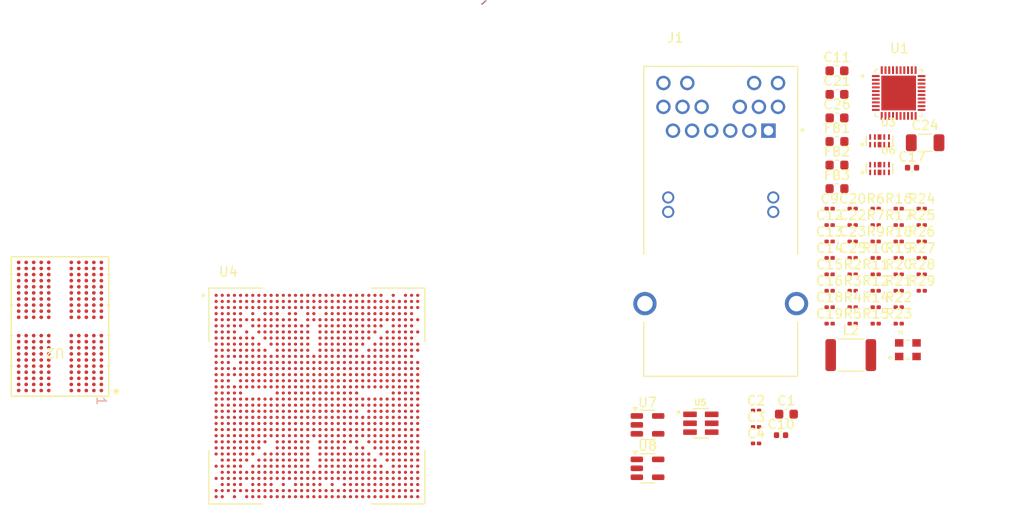
<source format=kicad_pcb>
(kicad_pcb (version 20240108) (generator "pcbnew") (generator_version "8.0")
  (layers (0 "F.Cu" signal) (31 "B.Cu" signal) (34 "B.Paste" user) (35 "F.Paste" user) (36 "B.SilkS" user "B.Silkscreen") (37 "F.SilkS" user "F.Silkscreen") (38 "B.Mask" user) (39 "F.Mask" user) (44 "Edge.Cuts" user))
  (net 0 "")
  (net 9 "GND")
  (net 10 "+3V3")
  (net 13 "+3VA3")
  (net 14 "/Ethernet PHY/PHY_DVDDL")
  (net 15 "/Ethernet PHY/PHY_ADVDDL")
  (net 16 "+1V8")
  (net 17 "+1VA8")
  (net 18 "Net-(U1-REG_OUT)")
  (net 19 "Net-(U1-RXD0{slash}RXDLY)")
  (net 20 "/Ethernet PHY/ETH_HWRESET")
  (net 21 "Net-(C24-Pad1)")
  (net 22 "Net-(U1-RXD1{slash}TXDLY)")
  (net 23 "/Ethernet PHY/TRCTx")
  (net 24 "Net-(U1-RXD2{slash}PLLOFF)")
  (net 25 "/Ethernet PHY/LED1{slash}CFG_LDO0")
  (net 26 "Net-(U1-RXD3{slash}PHYAD0)")
  (net 27 "Net-(U1-RXC{slash}PHYAD1)")
  (net 28 "/Ethernet PHY/LED0{slash}CFG_EXT")
  (net 29 "Net-(U1-RXCTL{slash}PHYAD2)")
  (net 30 "Net-(J1-Pad19)")
  (net 32 "Net-(J1-Pad17)")
  (net 33 "/Ethernet PHY/ETH_TXD2")
  (net 34 "Net-(U1-XTAL_OUT{slash}EXT_CLK)")
  (net 36 "/Ethernet PHY/ETH_TXD3")
  (net 37 "/Ethernet PHY/RXDLY")
  (net 38 "/Ethernet PHY/ETH_TXD0")
  (net 39 "/Ethernet PHY/ETH_TXD1")
  (net 40 "/Ethernet PHY/ETH_TXC")
  (net 41 "/Ethernet PHY/TXDLY")
  (net 42 "/Ethernet PHY/PLLOFF")
  (net 43 "/Ethernet PHY/ETH_TCTL")
  (net 44 "/Ethernet PHY/PHYAD0")
  (net 45 "/Ethernet PHY/PHYAD1")
  (net 55 "/Ethernet PHY/TP_3_P")
  (net 57 "/Ethernet PHY/PHYAD2")
  (net 58 "/Ethernet PHY/ETH_RESET")
  (net 59 "/Ethernet PHY/TP_1_N")
  (net 60 "/Ethernet PHY/TP_2_N")
  (net 61 "/Ethernet PHY/ETH_MDUI")
  (net 62 "/Ethernet PHY/LED2{slash}CFG_LDO1")
  (net 65 "/Ethernet PHY/TP_4_N")
  (net 66 "/Ethernet PHY/TP_4_P")
  (net 68 "/Ethernet PHY/TP_1_P")
  (net 69 "/Ethernet PHY/TP_2_P")
  (net 70 "/Ethernet PHY/TP_3_N")
  (net 71 "/LPDDR4/DQ7_B")
  (net 72 "/LPDDR4/CA3_A")
  (net 73 "/LPDDR4/DMI1_A")
  (net 74 "/LPDDR4/CA2_A")
  (net 75 "/LPDDR4/DQ2_B")
  (net 78 "/LPDDR4/DQ6_B")
  (net 79 "/LPDDR4/DMIO_A")
  (net 80 "/LPDDR4/DQ15_B")
  (net 81 "/LPDDR4/DQ8_B")
  (net 82 "/LPDDR4/CA1_A")
  (net 83 "/LPDDR4/CS0_A")
  (net 85 "/LPDDR4/DQ4_B")
  (net 86 "/LPDDR4/DQ0_B")
  (net 87 "/LPDDR4/DQ12_B")
  (net 88 "/LPDDR4/CKE1_A")
  (net 90 "/LPDDR4/DQ14_B")
  (net 91 "/LPDDR4/DQ10_B")
  (net 93 "/LPDDR4/CA0_A")
  (net 95 "/LPDDR4/DQ11_B")
  (net 96 "/LPDDR4/DQ13_B")
  (net 97 "/LPDDR4/DQ1_B")
  (net 98 "/LPDDR4/DQ5_B")
  (net 99 "/LPDDR4/DQ9_B")
  (net 100 "/LPDDR4/CA5_A")
  (net 101 "/LPDDR4/CK_A_N")
  (net 102 "/LPDDR4/CA4_A")
  (net 103 "/LPDDR4/DQ3_B")
  (net 105 "/LPDDR4/CS1_A")
  (net 106 "/LPDDR4/CK_A_P")
  (net 108 "/LPDDR4/CKE0_A")
  (net 115 "/LPDDR4/DQ3_A")
  (net 125 "/LPDDR4/DQ4_A")
  (net 145 "/LPDDR4/DQ11_A")
  (net 146 "/LPDDR4/DQ9_A")
  (net 148 "/LPDDR4/DQ8_A")
  (net 151 "/LPDDR4/DQ12_A")
  (net 152 "/LPDDR4/DQ2_A")
  (net 153 "/LPDDR4/DQ15_A")
  (net 155 "/LPDDR4/DQ14_A")
  (net 156 "/LPDDR4/DQ1_A")
  (net 161 "/LPDDR4/DQ10_A")
  (net 181 "/LPDDR4/DQ0_A")
  (net 182 "/LPDDR4/DQ6_A")
  (net 188 "/LPDDR4/DQ13_A")
  (net 192 "/LPDDR4/DQ7_A")
  (net 197 "/LPDDR4/DQ5_A")
  (footprint "Resistor_SMD:R_0201_0603Metric" (layer "F.Cu") (at 183.5824 76.5178)
    (property "Reference" "R28")
    (property "Value" "510R")
  )
  (footprint "Capacitor_SMD:C_0201_0603Metric" (layer "F.Cu") (at 165.9524 94.5278)
    (property "Reference" "C4")
    (property "Value" "10n")
  )
  (footprint "Resistor_SMD:R_0201_0603Metric" (layer "F.Cu") (at 178.6824 69.5178)
    (property "Reference" "R6")
    (property "Value" "33R")
  )
  (footprint "Capacitor_SMD:C_0201_0603Metric" (layer "F.Cu") (at 165.9524 91.0278)
    (property "Reference" "C2")
    (property "Value" "1u")
  )
  (footprint "Resistor_SMD:R_0201_0603Metric" (layer "F.Cu") (at 181.1324 80.0178)
    (property "Reference" "R22")
    (property "Value" "4K7")
  )
  (footprint "Capacitor_SMD:C_0603_1608Metric" (layer "F.Cu") (at 169.1824 91.4078)
    (property "Reference" "C1")
    (property "Value" "10u")
  )
  (footprint "Resistor_SMD:R_0201_0603Metric" (layer "F.Cu") (at 178.6824 78.2678)
    (property "Reference" "R12")
    (property "Value" "1K5")
  )
  (footprint "Resistor_SMD:R_0201_0603Metric" (layer "F.Cu") (at 183.5824 78.2678)
    (property "Reference" "R29")
    (property "Value" "510R")
  )
  (footprint "CBFtLib:IC_HSP051-4M10" (layer "F.Cu") (at 179.0954 65.2478)
    (property "Reference" "U6")
    (property "Value" "HSP051")
  )
  (footprint "Resistor_SMD:R_0201_0603Metric" (layer "F.Cu") (at 181.1324 81.7678)
    (property "Reference" "R23")
    (property "Value" "4K7")
  )
  (footprint "Capacitor_SMD:C_0201_0603Metric" (layer "F.Cu") (at 165.9524 92.7778)
    (property "Reference" "C3")
    (property "Value" "100n")
  )
  (footprint "Resistor_SMD:R_0201_0603Metric" (layer "F.Cu") (at 176.2324 78.2678)
    (property "Reference" "R3")
    (property "Value" "33R")
  )
  (footprint "Resistor_SMD:R_0201_0603Metric" (layer "F.Cu") (at 176.2324 80.0178)
    (property "Reference" "R4")
    (property "Value" "33R")
  )
  (footprint "Resistor_SMD:R_0201_0603Metric" (layer "F.Cu") (at 178.6824 74.7678)
    (property "Reference" "R10")
    (property "Value" "4K7")
  )
  (footprint "Capacitor_SMD:C_0201_0603Metric" (layer "F.Cu") (at 173.7824 71.2678)
    (property "Reference" "C12")
    (property "Value" "100n")
  )
  (footprint "Capacitor_SMD:C_0201_0603Metric" (layer "F.Cu") (at 173.7824 69.5178)
    (property "Reference" "C9")
    (property "Value" "100n")
  )
  (footprint "Resistor_SMD:R_0201_0603Metric" (layer "F.Cu") (at 176.2324 76.5178)
    (property "Reference" "R2")
    (property "Value" "33R")
  )
  (footprint "Capacitor_SMD:C_0201_0603Metric" (layer "F.Cu") (at 176.2324 69.5178)
    (property "Reference" "C20")
    (property "Value" "100n")
  )
  (footprint "Inductor_SMD:L_0603_1608Metric" (layer "F.Cu") (at 174.5624 62.3678)
    (property "Reference" "FB1")
    (property "Value" "120R @ 100MHz")
  )
  (footprint "Capacitor_SMD:C_0201_0603Metric" (layer "F.Cu") (at 173.7824 78.2678)
    (property "Reference" "C16")
    (property "Value" "100n")
  )
  (footprint "Resistor_SMD:R_0201_0603Metric" (layer "F.Cu") (at 183.5824 71.2678)
    (property "Reference" "R25")
    (property "Value" "4K7")
  )
  (footprint "CBFtLib:RTL8211F-CG" (layer "F.Cu") (at 181.1274 57.2028)
    (property "Reference" "U1")
    (property "Value" "RTL8211F")
  )
  (footprint "Capacitor_SMD:C_0201_0603Metric" (layer "F.Cu") (at 173.7824 81.7678)
    (property "Reference" "C19")
    (property "Value" "100n")
  )
  (footprint "Resistor_SMD:R_0201_0603Metric" (layer "F.Cu") (at 183.5824 74.7678)
    (property "Reference" "R27")
    (property "Value" "4K7")
  )
  (footprint "Resistor_SMD:R_0201_0603Metric" (layer "F.Cu") (at 181.1324 69.5178)
    (property "Reference" "R16")
    (property "Value" "4K7")
  )
  (footprint "Resistor_SMD:R_0201_0603Metric" (layer "F.Cu") (at 178.6824 76.5178)
    (property "Reference" "R11")
    (property "Value" "4K7")
  )
  (footprint "Resistor_SMD:R_0201_0603Metric" (layer "F.Cu") (at 178.6824 73.0178)
    (property "Reference" "R9")
    (property "Value" "4K7")
  )
  (footprint "Capacitor_SMD:C_1206_3216Metric" (layer "F.Cu") (at 183.9424 62.4978)
    (property "Reference" "C24")
    (property "Value" "1n / 2kV")
  )
  (footprint "Capacitor_SMD:C_0603_1608Metric" (layer "F.Cu") (at 174.5624 57.3478)
    (property "Reference" "C21")
    (property "Value" "10u")
  )
  (footprint "CBFtLib:IC_HSP051-4M10" (layer "F.Cu") (at 179.0954 62.2978)
    (property "Reference" "U3")
    (property "Value" "HSP051")
  )
  (footprint "Capacitor_SMD:C_0201_0603Metric" (layer "F.Cu") (at 173.7824 80.0178)
    (property "Reference" "C18")
    (property "Value" "100n")
  )
  (footprint "CBFtLib:TPS54308DDCR" (layer "F.Cu") (at 160.0774 92.3778)
    (property "Reference" "U5")
    (property "Value" "TPS54308")
  )
  (footprint "Inductor_SMD:L_0603_1608Metric" (layer "F.Cu") (at 174.5624 64.8778)
    (property "Reference" "FB2")
    (property "Value" "120R @ 100MHz")
  )
  (footprint "Resistor_SMD:R_0201_0603Metric" (layer "F.Cu") (at 181.1324 71.2678)
    (property "Reference" "R17")
    (property "Value" "4K7")
  )
  (footprint "Capacitor_SMD:C_0201_0603Metric" (layer "F.Cu") (at 176.2324 71.2678)
    (property "Reference" "C22")
    (property "Value" "100n")
  )
  (footprint "Resistor_SMD:R_0201_0603Metric" (layer "F.Cu") (at 181.1324 78.2678)
    (property "Reference" "R21")
    (property "Value" "4K7")
  )
  (footprint "Resistor_SMD:R_0201_0603Metric" (layer "F.Cu") (at 178.6824 71.2678)
    (property "Reference" "R7")
    (property "Value" "33R")
  )
  (footprint "Capacitor_SMD:C_0201_0603Metric" (layer "F.Cu") (at 173.7824 73.0178)
    (property "Reference" "C13")
    (property "Value" "100n")
  )
  (footprint "Inductor_SMD:L_0603_1608Metric" (layer "F.Cu") (at 174.5624 67.3878)
    (property "Reference" "FB3")
    (property "Value" "120R @ 100MHz")
  )
  (footprint "Package_TO_SOT_SMD:SOT-23-5" (layer "F.Cu") (at 154.4024 92.5528)
    (property "Reference" "U7")
    (property "Value" "TLV74311")
  )
  (footprint "Capacitor_SMD:C_0603_1608Metric" (layer "F.Cu") (at 174.5624 59.8578)
    (property "Reference" "C26")
    (property "Value" "10u")
  )
  (footprint "Capacitor_SMD:C_0402_1005Metric" (layer "F.Cu") (at 168.6124 93.6478)
    (property "Reference" "C10")
    (property "Value" "4u7")
  )
  (footprint "CBFtLib:VFBGA200_10X14.5X1.1FW_MRN" (layer "F.Cu") (at 91.885607 82.0674 180)
    (property "Reference" "U2")
    (property "Value" "MT53E1G32D2FW")
  )
  (footprint "Resistor_SMD:R_0201_0603Metric" (layer "F.Cu") (at 183.5824 73.0178)
    (property "Reference" "R26")
    (property "Value" "4K7")
  )
  (footprint "Capacitor_SMD:C_0603_1608Metric" (layer "F.Cu") (at 174.5624 54.8378)
    (property "Reference" "C11")
    (property "Value" "10u")
  )
  (footprint "Resistor_SMD:R_0201_0603Metric" (layer "F.Cu") (at 181.1324 74.7678)
    (property "Reference" "R19")
    (property "Value" "4K7")
  )
  (footprint "Resistor_SMD:R_0201_0603Metric" (layer "F.Cu") (at 181.1324 73.0178)
    (property "Reference" "R18")
    (property "Value" "4K7")
  )
  (footprint "CBFtLib:BGA1088C65P34X34_2300X2300X204N" (layer "F.Cu") (at 119.2214 89.478)
    (property "Reference" "U4")
    (property "Value" "RK3588")
  )
  (footprint "Capacitor_SMD:C_0201_0603Metric" (layer "F.Cu") (at 173.7824 74.7678)
    (property "Reference" "C14")
    (property "Value" "100n")
  )
  (footprint "CBFtLib:BEL_2250506-1" (layer "F.Cu") (at 162.1924 76.4578)
    (property "Reference" "J1")
    (property "Value" "2250506")
  )
  (footprint "Resistor_SMD:R_0201_0603Metric" (layer "F.Cu") (at 181.1324 76.5178)
    (property "Reference" "R20")
    (property "Value" "4K7")
  )
  (footprint "Package_TO_SOT_SMD:SOT-23-5" (layer "F.Cu") (at 154.4024 97.1778)
    (property "Reference" "U8")
    (property "Value" "TLV74325")
  )
  (footprint "Capacitor_SMD:C_0402_1005Metric" (layer "F.Cu") (at 182.5524 65.1578)
    (property "Reference" "C17")
    (property "Value" "4u7")
  )
  (footprint "Resistor_SMD:R_0201_0603Metric" (layer "F.Cu") (at 176.2324 81.7678)
    (property "Reference" "R5")
    (property "Value" "33R")
  )
  (footprint "Capacitor_SMD:C_0201_0603Metric" (layer "F.Cu") (at 176.2324 73.0178)
    (property "Reference" "C23")
    (property "Value" "100n")
  )
  (footprint "Capacitor_SMD:C_0201_0603Metric" (layer "F.Cu") (at 176.2324 74.7678)
    (property "Reference" "C25")
    (property "Value" "100n")
  )
  (footprint "Resistor_SMD:R_0201_0603Metric" (layer "F.Cu") (at 183.5824 69.5178)
    (property "Reference" "R24")
    (property "Value" "4K7")
  )
  (footprint "Resistor_SMD:R_0201_0603Metric" (layer "F.Cu") (at 178.6824 81.7678)
    (property "Reference" "R15")
    (property "Value" "4K7")
  )
  (footprint "Resistor_SMD:R_0201_0603Metric" (layer "F.Cu") (at 178.6824 80.0178)
    (property "Reference" "R14")
    (property "Value" "4K7")
  )
  (footprint "Capacitor_SMD:C_0201_0603Metric" (layer "F.Cu") (at 173.7824 76.5178)
    (property "Reference" "C15")
    (property "Value" "100n")
  )
  (footprint "Inductor_SMD:L_1812_4532Metric" (layer "F.Cu") (at 176.0324 85.1178)
    (property "Reference" "L2")
    (property "Value" "2u2")
  )
  (footprint "CBFtLib:OSC_ECS-2520S25-250-FN-TR" (layer "F.Cu") (at 182.1074 84.5428)
    (property "Reference" "Y1")
    (property "Value" "25 MHz")
  )
  (segment (start 136.835399 47.721001) (end 137.16 47.3964) (width 0.1) (layer "F.Cu") (net 182))
  (segment (start 136.754401 47.721001) (end 136.835399 47.721001) (width 0.1) (layer "F.Cu") (net 182))
  (via (at 137.16 47.3964) (size 0.2) (drill 0.1) (layers "F.Cu" "B.Cu") (net 182))
)
</source>
